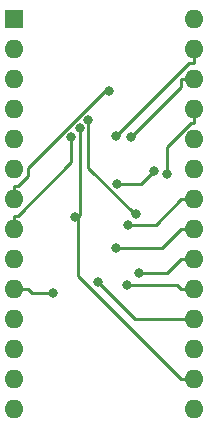
<source format=gbr>
G04 #@! TF.GenerationSoftware,KiCad,Pcbnew,(5.1.5)-3*
G04 #@! TF.CreationDate,2021-05-27T18:06:51+01:00*
G04 #@! TF.ProjectId,C595,43353935-2e6b-4696-9361-645f70636258,rev?*
G04 #@! TF.SameCoordinates,Original*
G04 #@! TF.FileFunction,Copper,L2,Bot*
G04 #@! TF.FilePolarity,Positive*
%FSLAX46Y46*%
G04 Gerber Fmt 4.6, Leading zero omitted, Abs format (unit mm)*
G04 Created by KiCad (PCBNEW (5.1.5)-3) date 2021-05-27 18:06:51*
%MOMM*%
%LPD*%
G04 APERTURE LIST*
%ADD10O,1.600000X1.600000*%
%ADD11R,1.600000X1.600000*%
%ADD12C,0.800000*%
%ADD13C,0.250000*%
G04 APERTURE END LIST*
D10*
X156240000Y-151000000D03*
X141000000Y-184020000D03*
X156240000Y-153540000D03*
X141000000Y-181480000D03*
X156240000Y-156080000D03*
X141000000Y-178940000D03*
X156240000Y-158620000D03*
X141000000Y-176400000D03*
X156240000Y-161160000D03*
X141000000Y-173860000D03*
X156240000Y-163700000D03*
X141000000Y-171320000D03*
X156240000Y-166240000D03*
X141000000Y-168780000D03*
X156240000Y-168780000D03*
X141000000Y-166240000D03*
X156240000Y-171320000D03*
X141000000Y-163700000D03*
X156240000Y-173860000D03*
X141000000Y-161160000D03*
X156240000Y-176400000D03*
X141000000Y-158620000D03*
X156240000Y-178940000D03*
X141000000Y-156080000D03*
X156240000Y-181480000D03*
X141000000Y-153540000D03*
X156240000Y-184020000D03*
D11*
X141000000Y-151000000D03*
D12*
X149684800Y-164919100D03*
X152827500Y-163809100D03*
X144258400Y-174180800D03*
X149597000Y-160873500D03*
X150886800Y-160937100D03*
X153932400Y-164126300D03*
X150579800Y-168378600D03*
X145814500Y-160952500D03*
X149631600Y-170396100D03*
X149014700Y-157061200D03*
X151529200Y-172489000D03*
X150526000Y-173485800D03*
X148054000Y-173203900D03*
X146534400Y-160234000D03*
X146139200Y-167759500D03*
X151330000Y-167460300D03*
X147259800Y-159536600D03*
D13*
X152827500Y-163809100D02*
X151717500Y-164919100D01*
X151717500Y-164919100D02*
X149684800Y-164919100D01*
X141000000Y-173860000D02*
X142125300Y-173860000D01*
X144258400Y-174180800D02*
X142446100Y-174180800D01*
X142446100Y-174180800D02*
X142125300Y-173860000D01*
X149597000Y-160873500D02*
X155805200Y-154665300D01*
X155805200Y-154665300D02*
X156240000Y-154665300D01*
X156240000Y-153540000D02*
X156240000Y-154665300D01*
X155114700Y-156080000D02*
X155114700Y-156709200D01*
X155114700Y-156709200D02*
X150886800Y-160937100D01*
X156240000Y-156080000D02*
X155114700Y-156080000D01*
X156240000Y-159745300D02*
X155958700Y-159745300D01*
X155958700Y-159745300D02*
X153932400Y-161771600D01*
X153932400Y-161771600D02*
X153932400Y-164126300D01*
X156240000Y-158620000D02*
X156240000Y-159745300D01*
X155114700Y-166240000D02*
X152976100Y-168378600D01*
X152976100Y-168378600D02*
X150579800Y-168378600D01*
X156240000Y-166240000D02*
X155114700Y-166240000D01*
X141000000Y-167654700D02*
X141281300Y-167654700D01*
X141281300Y-167654700D02*
X145814500Y-163121500D01*
X145814500Y-163121500D02*
X145814500Y-160952500D01*
X141000000Y-168780000D02*
X141000000Y-167654700D01*
X156240000Y-168780000D02*
X155114700Y-168780000D01*
X155114700Y-168780000D02*
X153498600Y-170396100D01*
X153498600Y-170396100D02*
X149631600Y-170396100D01*
X141000000Y-166240000D02*
X141000000Y-165114700D01*
X149014700Y-157061200D02*
X148674600Y-157061200D01*
X148674600Y-157061200D02*
X142125300Y-163610500D01*
X142125300Y-163610500D02*
X142125300Y-164270800D01*
X142125300Y-164270800D02*
X141281400Y-165114700D01*
X141281400Y-165114700D02*
X141000000Y-165114700D01*
X156240000Y-171320000D02*
X155114700Y-171320000D01*
X155114700Y-171320000D02*
X153945700Y-172489000D01*
X153945700Y-172489000D02*
X151529200Y-172489000D01*
X155114700Y-173860000D02*
X154740500Y-173485800D01*
X154740500Y-173485800D02*
X150526000Y-173485800D01*
X156240000Y-173860000D02*
X155114700Y-173860000D01*
X156240000Y-176400000D02*
X151250100Y-176400000D01*
X151250100Y-176400000D02*
X148054000Y-173203900D01*
X146346500Y-167759500D02*
X146562700Y-167543300D01*
X146562700Y-167543300D02*
X146562700Y-160262300D01*
X146562700Y-160262300D02*
X146534400Y-160234000D01*
X146346500Y-167759500D02*
X146346500Y-172711800D01*
X146346500Y-172711800D02*
X155114700Y-181480000D01*
X146139200Y-167759500D02*
X146346500Y-167759500D01*
X156240000Y-181480000D02*
X155114700Y-181480000D01*
X151330000Y-167460300D02*
X151171700Y-167460300D01*
X151171700Y-167460300D02*
X147259800Y-163548400D01*
X147259800Y-163548400D02*
X147259800Y-159536600D01*
M02*

</source>
